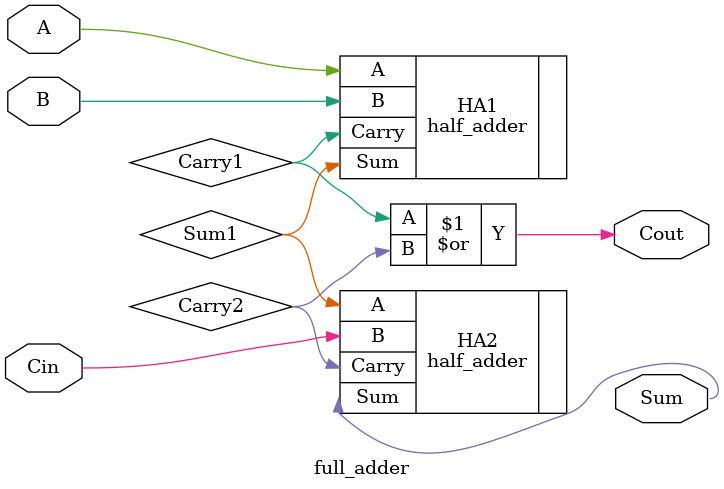
<source format=sv>
`timescale 1ns/1ps


module full_adder (
    input  logic A,
    input  logic B,
    input  logic Cin,
    output logic Sum,
    output logic Cout
);

    // Intermediate signals for half adder outputs
    logic Sum1, Carry1, Carry2;

    // First half adder
    half_adder HA1 (
        .A     (A),
        .B     (B),
        .Sum   (Sum1),
        .Carry (Carry1)
    );

    // Second half adder
    half_adder HA2 (
        .A     (Sum1),
        .B     (Cin),
        .Sum   (Sum),
        .Carry (Carry2)
    );

    // Final carry output
    assign Cout = Carry1 | Carry2;     
     
endmodule
</source>
